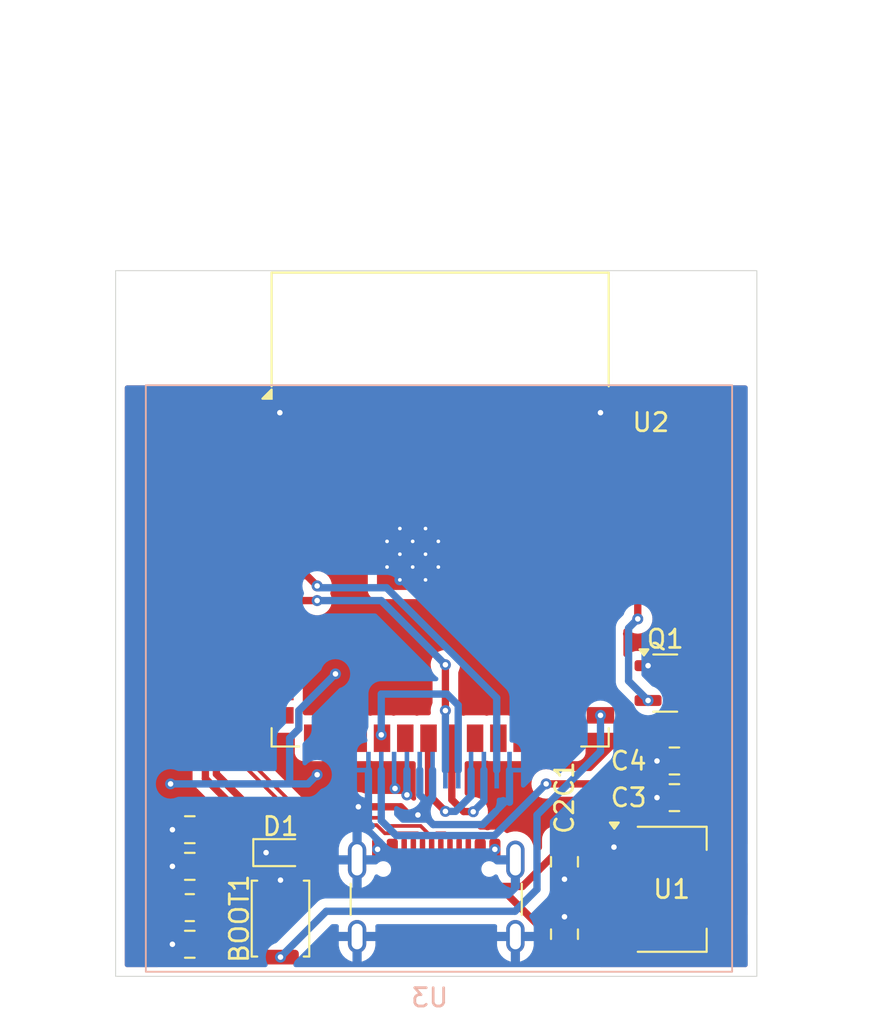
<source format=kicad_pcb>
(kicad_pcb (version 20240108) (generator "pcbnew") (generator_version "8.0")
  (layers (0 "F.Cu" signal) (31 "B.Cu" signal) (34 "B.Paste" user) (35 "F.Paste" user) (36 "B.SilkS" user "B.Silkscreen") (37 "F.SilkS" user "F.Silkscreen") (38 "B.Mask" user) (39 "F.Mask" user) (44 "Edge.Cuts" user))
  (net 0 "")
  (net 5 "+5V")
  (net 6 "GND")
  (net 8 "RESET")
  (net 9 "LED")
  (net 22 "D+")
  (net 25 "D-")
  (net 27 "SCL")
  (net 33 "D{slash}C")
  (net 35 "CS")
  (net 39 "+3V3")
  (net 40 "BOOT")
  (net 41 "SDA")
  (net 43 "Net-(U2-EN)")
  (net 44 "BLK")
  (net 45 "Net-(Q1-C)")
  (footprint "LED_SMD:LED_0603_1608Metric" (layer "F.Cu") (at 133.5 102.25)
    (property "Reference" "D1" (at 0 -1.43 0) (layer "F.SilkS"))
    (property "Value" "LED")
    (fp_line (start -1.485 -0.735) (end -1.485 0.735) (stroke (width 0.12)) (layer "F.SilkS"))
    (fp_line (start -1.485 0.735) (end 0.8 0.735) (stroke (width 0.12)) (layer "F.SilkS"))
    (fp_line (start 0.8 -0.735) (end -1.485 -0.735) (stroke (width 0.12)) (layer "F.SilkS"))
    (pad "1" smd roundrect (at -0.7875 0) (size 0.875 0.95) (layers "F.Cu" "F.Paste" "F.Mask") (net 6 "GND"))
    (pad "2" smd roundrect (at 0.7875 0) (size 0.875 0.95) (layers "F.Cu" "F.Paste" "F.Mask") (net 9 "LED"))
  )
  (footprint "Resistor_SMD:R_0805_2012Metric" (layer "F.Cu") (at 128.55 105.25 180)
    (property "Reference" "R1" (hide yes))
    (property "Value" "R")
    (fp_line (start -0.227064 0.735) (end 0.227064 0.735) (stroke (width 0.12)) (layer "F.SilkS"))
    (fp_line (start -0.227064 -0.735) (end 0.227064 -0.735) (stroke (width 0.12)) (layer "F.SilkS"))
    (pad "1" smd roundrect (at -0.9125 0 180) (size 1.025 1.4) (layers "F.Cu" "F.Paste" "F.Mask") (roundrect_rratio 0.243902) (net 43 "Net-(U2-EN)"))
    (pad "2" smd roundrect (at 0.9125 0 180) (size 1.025 1.4) (layers "F.Cu" "F.Paste" "F.Mask") (roundrect_rratio 0.243902) (net 39 "+3V3"))
  )
  (footprint "Capacitor_SMD:C_0805_2012Metric" (layer "F.Cu") (at 128.55 101)
    (property "Reference" "C6" (hide yes))
    (property "Value" "C")
    (fp_line (start -0.261252 -0.735) (end 0.261252 -0.735) (stroke (width 0.12)) (layer "F.SilkS"))
    (fp_line (start -0.261252 0.735) (end 0.261252 0.735) (stroke (width 0.12)) (layer "F.SilkS"))
    (pad "1" smd roundrect (at -0.95 0) (size 1 1.45) (layers "F.Cu" "F.Paste" "F.Mask") (net 6 "GND"))
    (pad "2" smd roundrect (at 0.95 0) (size 1 1.45) (layers "F.Cu" "F.Paste" "F.Mask") (net 39 "+3V3"))
  )
  (footprint "Capacitor_SMD:C_0805_2012Metric" (layer "F.Cu") (at 155 99.25 180)
    (property "Reference" "C3" (at 2.5 0 0) (layer "F.SilkS"))
    (property "Value" "C")
    (fp_line (start -0.261252 0.735) (end 0.261252 0.735) (stroke (width 0.12)) (layer "F.SilkS"))
    (fp_line (start -0.261252 -0.735) (end 0.261252 -0.735) (stroke (width 0.12)) (layer "F.SilkS"))
    (pad "1" smd roundrect (at -0.95 0 180) (size 1 1.45) (layers "F.Cu" "F.Paste" "F.Mask") (net 39 "+3V3"))
    (pad "2" smd roundrect (at 0.95 0 180) (size 1 1.45) (layers "F.Cu" "F.Paste" "F.Mask") (net 6 "GND"))
  )
  (footprint "RF_Module:ESP32-S3-WROOM-1" (layer "F.Cu") (at 142.215 83.51)
    (property "Reference" "U2" (at 11.5 -4.73 0) (layer "F.SilkS"))
    (property "Value" "ESP32-S3-WROOM-1")
    (fp_line (start -9.2 -12.9) (end -9.2 -6.7) (stroke (width 0.12)) (layer "F.SilkS"))
    (fp_line (start -9.2 -12.9) (end 9.2 -12.9) (stroke (width 0.12)) (layer "F.SilkS"))
    (fp_line (start -9.2 11.95) (end -9.2 12.95) (stroke (width 0.12)) (layer "F.SilkS"))
    (fp_line (start -9.2 12.95) (end -7.7 12.95) (stroke (width 0.12)) (layer "F.SilkS"))
    (fp_line (start 9.2 -12.9) (end 9.2 -6.7) (stroke (width 0.12)) (layer "F.SilkS"))
    (fp_line (start 9.2 12.95) (end 7.7 12.95) (stroke (width 0.12)) (layer "F.SilkS"))
    (fp_line (start 9.2 12.95) (end 9.2 11.95) (stroke (width 0.12)) (layer "F.SilkS"))
    (fp_poly (pts (xy -9.2 -6.025) (xy -9.7 -6.025) (xy -9.2 -6.525) (xy -9.2 -6.025)) (stroke (width 0.12)) (fill solid) (layer "F.SilkS"))
    (pad "1" smd rect (at -8.75 -5.26) (size 1.5 0.9) (layers "F.Cu" "F.Paste" "F.Mask") (net 6 "GND"))
    (pad "2" smd rect (at -8.75 -3.99) (size 1.5 0.9) (layers "F.Cu" "F.Paste" "F.Mask") (net 39 "+3V3"))
    (pad "3" smd rect (at -8.75 -2.72) (size 1.5 0.9) (layers "F.Cu" "F.Paste" "F.Mask") (net 43 "Net-(U2-EN)"))
    (pad "4" smd rect (at -8.75 -1.45) (size 1.5 0.9) (layers "F.Cu" "F.Paste" "F.Mask"))
    (pad "5" smd rect (at -8.75 -0.18) (size 1.5 0.9) (layers "F.Cu" "F.Paste" "F.Mask"))
    (pad "6" smd rect (at -8.75 1.09) (size 1.5 0.9) (layers "F.Cu" "F.Paste" "F.Mask"))
    (pad "7" smd rect (at -8.75 2.36) (size 1.5 0.9) (layers "F.Cu" "F.Paste" "F.Mask"))
    (pad "8" smd rect (at -8.75 3.63) (size 1.5 0.9) (layers "F.Cu" "F.Paste" "F.Mask") (net 8 "RESET"))
    (pad "9" smd rect (at -8.75 4.9) (size 1.5 0.9) (layers "F.Cu" "F.Paste" "F.Mask") (net 33 "D{slash}C"))
    (pad "10" smd rect (at -8.75 6.17) (size 1.5 0.9) (layers "F.Cu" "F.Paste" "F.Mask"))
    (pad "11" smd rect (at -8.75 7.44) (size 1.5 0.9) (layers "F.Cu" "F.Paste" "F.Mask"))
    (pad "12" smd rect (at -8.75 8.71) (size 1.5 0.9) (layers "F.Cu" "F.Paste" "F.Mask") (net 9 "LED"))
    (pad "13" smd rect (at -8.75 9.98) (size 1.5 0.9) (layers "F.Cu" "F.Paste" "F.Mask") (net 25 "D-"))
    (pad "14" smd rect (at -8.75 11.25 180) (size 1.5 0.9) (layers "F.Cu" "F.Paste" "F.Mask") (net 22 "D+"))
    (pad "15" smd rect (at -6.985 12.5 270) (size 1.5 0.9) (layers "F.Cu" "F.Paste" "F.Mask"))
    (pad "16" smd rect (at -5.715 12.5 270) (size 1.5 0.9) (layers "F.Cu" "F.Paste" "F.Mask"))
    (pad "17" smd rect (at -4.445 12.5 270) (size 1.5 0.9) (layers "F.Cu" "F.Paste" "F.Mask"))
    (pad "18" smd rect (at -3.175 12.5 270) (size 1.5 0.9) (layers "F.Cu" "F.Paste" "F.Mask") (net 35 "CS"))
    (pad "19" smd rect (at -1.905 12.5 270) (size 1.5 0.9) (layers "F.Cu" "F.Paste" "F.Mask"))
    (pad "20" smd rect (at -0.635 12.5 270) (size 1.5 0.9) (layers "F.Cu" "F.Paste" "F.Mask") (net 27 "SCL"))
    (pad "21" smd rect (at 0.635 12.5 270) (size 1.5 0.9) (layers "F.Cu" "F.Paste" "F.Mask") (net 41 "SDA"))
    (pad "22" smd rect (at 1.905 12.5 270) (size 1.5 0.9) (layers "F.Cu" "F.Paste" "F.Mask"))
    (pad "23" smd rect (at 3.175 12.5 270) (size 1.5 0.9) (layers "F.Cu" "F.Paste" "F.Mask"))
    (pad "24" smd rect (at 4.445 12.5 270) (size 1.5 0.9) (layers "F.Cu" "F.Paste" "F.Mask"))
    (pad "25" smd rect (at 5.715 12.5 270) (size 1.5 0.9) (layers "F.Cu" "F.Paste" "F.Mask"))
    (pad "26" smd rect (at 6.985 12.5 270) (size 1.5 0.9) (layers "F.Cu" "F.Paste" "F.Mask"))
    (pad "27" smd rect (at 8.75 11.25) (size 1.5 0.9) (layers "F.Cu" "F.Paste" "F.Mask") (net 40 "BOOT"))
    (pad "28" smd rect (at 8.75 9.98) (size 1.5 0.9) (layers "F.Cu" "F.Paste" "F.Mask"))
    (pad "29" smd rect (at 8.75 8.71) (size 1.5 0.9) (layers "F.Cu" "F.Paste" "F.Mask"))
    (pad "30" smd rect (at 8.75 7.44) (size 1.5 0.9) (layers "F.Cu" "F.Paste" "F.Mask"))
    (pad "31" smd rect (at 8.75 6.17) (size 1.5 0.9) (layers "F.Cu" "F.Paste" "F.Mask"))
    (pad "32" smd rect (at 8.75 4.9) (size 1.5 0.9) (layers "F.Cu" "F.Paste" "F.Mask"))
    (pad "33" smd rect (at 8.75 3.63) (size 1.5 0.9) (layers "F.Cu" "F.Paste" "F.Mask"))
    (pad "34" smd rect (at 8.75 2.36) (size 1.5 0.9) (layers "F.Cu" "F.Paste" "F.Mask"))
    (pad "35" smd rect (at 8.75 1.09) (size 1.5 0.9) (layers "F.Cu" "F.Paste" "F.Mask"))
    (pad "36" smd rect (at 8.75 -0.18) (size 1.5 0.9) (layers "F.Cu" "F.Paste" "F.Mask"))
    (pad "37" smd rect (at 8.75 -1.45) (size 1.5 0.9) (layers "F.Cu" "F.Paste" "F.Mask"))
    (pad "38" smd rect (at 8.75 -2.72) (size 1.5 0.9) (layers "F.Cu" "F.Paste" "F.Mask") (net 44 "BLK"))
    (pad "39" smd rect (at 8.75 -3.99) (size 1.5 0.9) (layers "F.Cu" "F.Paste" "F.Mask"))
    (pad "40" smd rect (at 8.75 -5.26) (size 1.5 0.9) (layers "F.Cu" "F.Paste" "F.Mask") (net 6 "GND"))
    (pad "41" thru_hole circle (at -2.9 1.76 90) (size 0.6 0.6) (drill 0.2) (property pad_prop_heatsink) (layers "*.Cu" "F.Mask") (net 6 "GND"))
    (pad "41" thru_hole circle (at -2.9 3.16) (size 0.6 0.6) (drill 0.2) (property pad_prop_heatsink) (layers "*.Cu" "F.Mask") (net 6 "GND"))
    (pad "41" thru_hole circle (at -2.2 1.06) (size 0.6 0.6) (drill 0.2) (property pad_prop_heatsink) (layers "*.Cu" "F.Mask") (net 6 "GND"))
    (pad "41" thru_hole circle (at -2.2 2.46) (size 0.6 0.6) (drill 0.2) (property pad_prop_heatsink) (layers "*.Cu" "F.Mask") (net 6 "GND"))
    (pad "41" thru_hole circle (at -2.2 3.86) (size 0.6 0.6) (drill 0.2) (property pad_prop_heatsink) (layers "*.Cu" "F.Mask") (net 6 "GND"))
    (pad "41" thru_hole circle (at -1.5 1.76) (size 0.6 0.6) (drill 0.2) (property pad_prop_heatsink) (layers "*.Cu" "F.Mask") (net 6 "GND"))
    (pad "41" smd rect (at -1.5 2.46 270) (size 3.9 3.9) (property pad_prop_heatsink) (layers "F.Cu" "F.Mask") (net 6 "GND"))
    (pad "41" thru_hole circle (at -1.5 3.16) (size 0.6 0.6) (drill 0.2) (property pad_prop_heatsink) (layers "*.Cu" "F.Mask") (net 6 "GND"))
    (pad "41" thru_hole circle (at -0.8 1.06) (size 0.6 0.6) (drill 0.2) (property pad_prop_heatsink) (layers "*.Cu" "F.Mask") (net 6 "GND"))
    (pad "41" thru_hole circle (at -0.8 2.46) (size 0.6 0.6) (drill 0.2) (property pad_prop_heatsink) (layers "*.Cu" "F.Mask") (net 6 "GND"))
    (pad "41" thru_hole circle (at -0.8 3.86) (size 0.6 0.6) (drill 0.2) (property pad_prop_heatsink) (layers "*.Cu" "F.Mask") (net 6 "GND"))
    (pad "41" thru_hole circle (at -0.1 1.76) (size 0.6 0.6) (drill 0.2) (property pad_prop_heatsink) (layers "*.Cu" "F.Mask") (net 6 "GND"))
    (pad "41" thru_hole circle (at -0.1 3.16) (size 0.6 0.6) (drill 0.2) (property pad_prop_heatsink) (layers "*.Cu" "F.Mask") (net 6 "GND"))
    (zone (net 0) (net_name "") (layers "F&B.Cu") (connect_pads (clearance 0)) (min_thickness 0.254)
      (keepout (tracks not_allowed) (vias not_allowed) (pads not_allowed) (copperpour not_allowed) (footprints not_allowed))
      (fill (thermal_gap 0.508) (thermal_bridge_width 0.508))
      (polygon (pts (xy 118.215 76.76) (xy 166.215 76.76) (xy 166.215 55.76) (xy 118.215 55.76)))
    )
  )
  (footprint "Capacitor_SMD:C_0805_2012Metric" (layer "F.Cu") (at 149 106.7 90)
    (property "Reference" "C2" (at 6.45 0 90) (layer "F.SilkS"))
    (property "Value" "C")
    (fp_line (start -0.261252 -0.735) (end 0.261252 -0.735) (stroke (width 0.12)) (layer "F.SilkS"))
    (fp_line (start -0.261252 0.735) (end 0.261252 0.735) (stroke (width 0.12)) (layer "F.SilkS"))
    (pad "1" smd roundrect (at -0.95 0 90) (size 1 1.45) (layers "F.Cu" "F.Paste" "F.Mask") (net 5 "+5V"))
    (pad "2" smd roundrect (at 0.95 0 90) (size 1 1.45) (layers "F.Cu" "F.Paste" "F.Mask") (net 6 "GND"))
  )
  (footprint "Capacitor_SMD:C_0805_2012Metric" (layer "F.Cu") (at 149 102.75 -90)
    (property "Reference" "C1" (at -4.5 0 90) (layer "F.SilkS"))
    (property "Value" "C")
    (fp_line (start -0.261252 0.735) (end 0.261252 0.735) (stroke (width 0.12)) (layer "F.SilkS"))
    (fp_line (start -0.261252 -0.735) (end 0.261252 -0.735) (stroke (width 0.12)) (layer "F.SilkS"))
    (pad "1" smd roundrect (at -0.95 0 270) (size 1 1.45) (layers "F.Cu" "F.Paste" "F.Mask") (net 5 "+5V"))
    (pad "2" smd roundrect (at 0.95 0 270) (size 1 1.45) (layers "F.Cu" "F.Paste" "F.Mask") (net 6 "GND"))
  )
  (footprint "Package_TO_SOT_SMD:SOT-223-3_TabPin2" (layer "F.Cu") (at 154.85 104.25)
    (property "Reference" "U1" (at 0 0 0) (layer "F.SilkS"))
    (property "Value" "AMS1117-3.3")
    (fp_line (start -1.85 -3.41) (end 1.91 -3.41) (stroke (width 0.12)) (layer "F.SilkS"))
    (fp_line (start -1.85 3.41) (end 1.91 3.41) (stroke (width 0.12)) (layer "F.SilkS"))
    (fp_line (start 1.91 -3.41) (end 1.91 -2.15) (stroke (width 0.12)) (layer "F.SilkS"))
    (fp_line (start 1.91 3.41) (end 1.91 2.15) (stroke (width 0.12)) (layer "F.SilkS"))
    (fp_poly (pts (xy -3.13 -3.31) (xy -3.37 -3.64) (xy -2.89 -3.64) (xy -3.13 -3.31)) (stroke (width 0.12)) (fill solid) (layer "F.SilkS"))
    (pad "1" smd roundrect (at -3.15 -2.3) (size 2 1.5) (layers "F.Cu" "F.Paste" "F.Mask") (net 6 "GND"))
    (pad "2" smd roundrect (at -3.15 0) (size 2 1.5) (layers "F.Cu" "F.Paste" "F.Mask") (net 39 "+3V3"))
    (pad "2" smd roundrect (at 3.15 0) (size 2 3.8) (layers "F.Cu" "F.Paste" "F.Mask") (net 39 "+3V3"))
    (pad "3" smd roundrect (at -3.15 2.3) (size 2 1.5) (layers "F.Cu" "F.Paste" "F.Mask") (net 5 "+5V"))
  )
  (footprint "Mayphus:SW_Push" (layer "F.Cu") (at 133.5 105.85 90)
    (property "Reference" "BOOT1" (at 0 -2.25 90) (layer "F.SilkS"))
    (property "Value" "BOOT")
    (fp_line (start 2.07 -1.57) (end 2.07 -1.27) (stroke (width 0.12)) (layer "F.SilkS"))
    (fp_line (start -2.07 -1.57) (end 2.07 -1.57) (stroke (width 0.12)) (layer "F.SilkS"))
    (fp_line (start -2.07 -1.27) (end -2.07 -1.57) (stroke (width 0.12)) (layer "F.SilkS"))
    (fp_line (start 2.07 1.27) (end 2.07 1.57) (stroke (width 0.12)) (layer "F.SilkS"))
    (fp_line (start 2.07 1.57) (end -2.07 1.57) (stroke (width 0.12)) (layer "F.SilkS"))
    (fp_line (start -2.07 1.57) (end -2.07 1.27) (stroke (width 0.12)) (layer "F.SilkS"))
    (pad "1" smd roundrect (at -2.1 0 90) (size 0.8 2) (layers "F.Cu" "F.Paste" "F.Mask") (net 40 "BOOT"))
    (pad "2" smd roundrect (at 2.1 0 90) (size 0.8 2) (layers "F.Cu" "F.Paste" "F.Mask") (net 6 "GND"))
  )
  (footprint "Capacitor_SMD:C_0805_2012Metric" (layer "F.Cu") (at 128.55 103)
    (property "Reference" "C7" (hide yes))
    (property "Value" "C")
    (fp_line (start -0.261252 -0.735) (end 0.261252 -0.735) (stroke (width 0.12)) (layer "F.SilkS"))
    (fp_line (start -0.261252 0.735) (end 0.261252 0.735) (stroke (width 0.12)) (layer "F.SilkS"))
    (pad "1" smd roundrect (at -0.95 0) (size 1 1.45) (layers "F.Cu" "F.Paste" "F.Mask") (net 6 "GND"))
    (pad "2" smd roundrect (at 0.95 0) (size 1 1.45) (layers "F.Cu" "F.Paste" "F.Mask") (net 39 "+3V3"))
  )
  (footprint "Capacitor_SMD:C_0805_2012Metric" (layer "F.Cu") (at 155 97.25 180)
    (property "Reference" "C4" (at 2.5 0 0) (layer "F.SilkS"))
    (property "Value" "C")
    (fp_line (start -0.261252 0.735) (end 0.261252 0.735) (stroke (width 0.12)) (layer "F.SilkS"))
    (fp_line (start -0.261252 -0.735) (end 0.261252 -0.735) (stroke (width 0.12)) (layer "F.SilkS"))
    (pad "1" smd roundrect (at -0.95 0 180) (size 1 1.45) (layers "F.Cu" "F.Paste" "F.Mask") (net 39 "+3V3"))
    (pad "2" smd roundrect (at 0.95 0 180) (size 1 1.45) (layers "F.Cu" "F.Paste" "F.Mask") (net 6 "GND"))
  )
  (footprint "Connector_USB:USB_C_Receptacle_GCT_USB4105-xx-A_16P_TopMnt_Horizontal" (layer "F.Cu") (at 142 105.75)
    (property "Reference" "J1" (hide yes))
    (property "Value" "USB_C_Receptacle_USB2.0_16P")
    (fp_line (start -4.67 -0.1) (end -4.67 -1.8) (stroke (width 0.12)) (layer "F.SilkS"))
    (fp_line (start 4.67 -0.1) (end 4.67 -1.8) (stroke (width 0.12)) (layer "F.SilkS"))
    (pad "" np_thru_hole circle (at -2.89 -2.605) (size 0.65 0.65) (drill 0.65) (layers "F&B.Cu" "*.Mask"))
    (pad "" np_thru_hole circle (at 2.89 -2.605) (size 0.65 0.65) (drill 0.65) (layers "F&B.Cu" "*.Mask"))
    (pad "A1" smd roundrect (at -3.2 -3.68) (size 0.6 1.15) (layers "F.Cu" "F.Paste" "F.Mask") (net 6 "GND"))
    (pad "A4" smd roundrect (at -2.4 -3.68) (size 0.6 1.15) (layers "F.Cu" "F.Paste" "F.Mask") (net 5 "+5V"))
    (pad "A5" smd roundrect (at -1.25 -3.68) (size 0.3 1.15) (layers "F.Cu" "F.Paste" "F.Mask"))
    (pad "A6" smd roundrect (at -0.25 -3.68) (size 0.3 1.15) (layers "F.Cu" "F.Paste" "F.Mask") (net 22 "D+"))
    (pad "A7" smd roundrect (at 0.25 -3.68) (size 0.3 1.15) (layers "F.Cu" "F.Paste" "F.Mask") (net 25 "D-"))
    (pad "A8" smd roundrect (at 1.25 -3.68) (size 0.3 1.15) (layers "F.Cu" "F.Paste" "F.Mask"))
    (pad "A9" smd roundrect (at 2.4 -3.68) (size 0.6 1.15) (layers "F.Cu" "F.Paste" "F.Mask") (net 5 "+5V"))
    (pad "A12" smd roundrect (at 3.2 -3.68) (size 0.6 1.15) (layers "F.Cu" "F.Paste" "F.Mask") (net 6 "GND"))
    (pad "B1" smd roundrect (at 3.2 -3.68) (size 0.6 1.15) (layers "F.Cu" "F.Paste" "F.Mask") (net 6 "GND"))
    (pad "B4" smd roundrect (at 2.4 -3.68) (size 0.6 1.15) (layers "F.Cu" "F.Paste" "F.Mask") (net 5 "+5V"))
    (pad "B5" smd roundrect (at 1.75 -3.68) (size 0.3 1.15) (layers "F.Cu" "F.Paste" "F.Mask"))
    (pad "B6" smd roundrect (at 0.75 -3.68) (size 0.3 1.15) (layers "F.Cu" "F.Paste" "F.Mask") (net 22 "D+"))
    (pad "B7" smd roundrect (at -0.75 -3.68) (size 0.3 1.15) (layers "F.Cu" "F.Paste" "F.Mask") (net 25 "D-"))
    (pad "B8" smd roundrect (at -1.75 -3.68) (size 0.3 1.15) (layers "F.Cu" "F.Paste" "F.Mask"))
    (pad "B9" smd roundrect (at -2.4 -3.68) (size 0.6 1.15) (layers "F.Cu" "F.Paste" "F.Mask") (net 5 "+5V"))
    (pad "B12" smd roundrect (at -3.2 -3.68) (size 0.6 1.15) (layers "F.Cu" "F.Paste" "F.Mask") (net 6 "GND"))
    (pad "S1" thru_hole oval (at -4.32 -3.105) (size 1 2.1) (drill oval 0.6 1.7) (layers "*.Cu" "*.Mask" "F.Paste") (net 6 "GND"))
    (pad "S1" thru_hole oval (at -4.32 1.075) (size 1 1.8) (drill oval 0.6 1.4) (layers "*.Cu" "*.Mask" "F.Paste") (net 6 "GND"))
    (pad "S1" thru_hole oval (at 4.32 -3.105) (size 1 2.1) (drill oval 0.6 1.7) (layers "*.Cu" "*.Mask" "F.Paste") (net 6 "GND"))
    (pad "S1" thru_hole oval (at 4.32 1.075) (size 1 1.8) (drill oval 0.6 1.4) (layers "*.Cu" "*.Mask" "F.Paste") (net 6 "GND"))
  )
  (footprint "Package_TO_SOT_SMD:SOT-23" (layer "F.Cu") (at 154.5 93)
    (property "Reference" "Q1" (at 0 -2.4 0) (layer "F.SilkS"))
    (property "Value" "S8050")
    (fp_line (start 0 -1.56) (end -0.65 -1.56) (stroke (width 0.12)) (layer "F.SilkS"))
    (fp_line (start 0 -1.56) (end 0.65 -1.56) (stroke (width 0.12)) (layer "F.SilkS"))
    (fp_line (start 0 1.56) (end -0.65 1.56) (stroke (width 0.12)) (layer "F.SilkS"))
    (fp_line (start 0 1.56) (end 0.65 1.56) (stroke (width 0.12)) (layer "F.SilkS"))
    (fp_poly (pts (xy -1.1625 -1.51) (xy -1.4025 -1.84) (xy -0.9225 -1.84) (xy -1.1625 -1.51)) (stroke (width 0.12)) (fill solid) (layer "F.SilkS"))
    (pad "1" smd roundrect (at -0.9375 -0.95) (size 1.475 0.6) (layers "F.Cu" "F.Paste" "F.Mask") (net 6 "GND"))
    (pad "2" smd roundrect (at -0.9375 0.95) (size 1.475 0.6) (layers "F.Cu" "F.Paste" "F.Mask") (net 44 "BLK"))
    (pad "3" smd roundrect (at 0.9375 0) (size 1.475 0.6) (layers "F.Cu" "F.Paste" "F.Mask") (net 45 "Net-(Q1-C)"))
  )
  (footprint "Capacitor_SMD:C_0805_2012Metric" (layer "F.Cu") (at 128.55 107.25 180)
    (property "Reference" "C5" (hide yes))
    (property "Value" "C")
    (fp_line (start -0.261252 0.735) (end 0.261252 0.735) (stroke (width 0.12)) (layer "F.SilkS"))
    (fp_line (start -0.261252 -0.735) (end 0.261252 -0.735) (stroke (width 0.12)) (layer "F.SilkS"))
    (pad "1" smd roundrect (at -0.95 0 180) (size 1 1.45) (layers "F.Cu" "F.Paste" "F.Mask") (net 43 "Net-(U2-EN)"))
    (pad "2" smd roundrect (at 0.95 0 180) (size 1 1.45) (layers "F.Cu" "F.Paste" "F.Mask") (net 6 "GND"))
  )
  (footprint "Mayphus:ST7789-240x240" (layer "B.Cu") (at 142.15 108.75 180)
    (property "Reference" "U3" (at 0.508 -1.4144 0) (layer "B.SilkS") (effects (justify mirror)))
    (property "Value" "~")
    (fp_rect (start -16 32) (end 16 0) (stroke (width 0.1)) (fill none) (layer "B.SilkS"))
    (pad "1" smd rect (at 3.85 11 180) (size 0.25 2) (layers "B.Cu" "B.Paste" "B.Mask") (net 6 "GND"))
    (pad "2" smd rect (at 3.15 11 180) (size 0.25 2) (layers "B.Cu" "B.Paste" "B.Mask") (net 45 "Net-(Q1-C)"))
    (pad "3" smd rect (at 2.45 11 180) (size 0.25 2) (layers "B.Cu" "B.Paste" "B.Mask") (net 39 "+3V3"))
    (pad "4" smd rect (at 1.75 11 180) (size 0.25 2) (layers "B.Cu" "B.Paste" "B.Mask") (net 39 "+3V3"))
    (pad "5" smd rect (at 1.05 11 180) (size 0.25 2) (layers "B.Cu" "B.Paste" "B.Mask") (net 6 "GND"))
    (pad "6" smd rect (at 0.35 11 180) (size 0.25 2) (layers "B.Cu" "B.Paste" "B.Mask") (net 6 "GND"))
    (pad "7" smd rect (at -0.35 11 180) (size 0.25 2) (layers "B.Cu" "B.Paste" "B.Mask") (net 33 "D{slash}C"))
    (pad "8" smd rect (at -1.05 11 180) (size 0.25 2) (layers "B.Cu" "B.Paste" "B.Mask") (net 35 "CS"))
    (pad "9" smd rect (at -1.75 11 180) (size 0.25 2) (layers "B.Cu" "B.Paste" "B.Mask") (net 27 "SCL"))
    (pad "10" smd rect (at -2.45 11 180) (size 0.25 2) (layers "B.Cu" "B.Paste" "B.Mask") (net 41 "SDA"))
    (pad "11" smd rect (at -3.15 11 180) (size 0.25 2) (layers "B.Cu" "B.Paste" "B.Mask") (net 8 "RESET"))
    (pad "12" smd rect (at -3.85 11 180) (size 0.25 2) (layers "B.Cu" "B.Paste" "B.Mask") (net 6 "GND"))
  )
  (gr_rect (start 124.5 70.5) (end 159.5 109) (stroke (width 0.05)) (fill none) (layer "Edge.Cuts"))
  (segment (start 140.5 104.5) (end 143.535 104.5) (width 0.4) (layer "F.Cu") (net 5))
  (segment (start 144.095 104.095) (end 144.0175 104.0175) (width 0.4) (layer "F.Cu") (net 5))
  (segment (start 139.6 102.751117) (end 139.735 102.886117) (width 0.4) (layer "F.Cu") (net 5))
  (segment (start 149 101.8) (end 146.705 104.095) (width 0.4) (layer "F.Cu") (net 5))
  (segment (start 139.6 102.07) (end 139.6 102.751117) (width 0.4) (layer "F.Cu") (net 5))
  (segment (start 145.445 104.095) (end 144.095 104.095) (width 0.4) (layer "F.Cu") (net 5))
  (segment (start 150.6 107.65) (end 151.7 106.55) (width 0.4) (layer "F.Cu") (net 5))
  (segment (start 149 107.65) (end 150.6 107.65) (width 0.4) (layer "F.Cu") (net 5))
  (segment (start 146.705 104.095) (end 145.445 104.095) (width 0.4) (layer "F.Cu") (net 5))
  (segment (start 143.535 104.5) (end 144.0175 104.0175) (width 0.4) (layer "F.Cu") (net 5))
  (segment (start 144.4 102.751117) (end 144.4 102.07) (width 0.4) (layer "F.Cu") (net 5))
  (segment (start 139.735 103.735) (end 140.5 104.5) (width 0.4) (layer "F.Cu") (net 5))
  (segment (start 144.0175 103.133617) (end 144.4 102.751117) (width 0.4) (layer "F.Cu") (net 5))
  (segment (start 149 107.65) (end 145.445 104.095) (width 0.4) (layer "F.Cu") (net 5))
  (segment (start 144.0175 104.0175) (end 144.0175 103.133617) (width 0.4) (layer "F.Cu") (net 5))
  (segment (start 139.735 102.886117) (end 139.735 103.735) (width 0.4) (layer "F.Cu") (net 5))
  (segment (start 141 100.195) (end 140.50505 100.195) (width 0.4) (layer "F.Cu") (net 6))
  (segment (start 140.50505 100.195) (end 140.06005 99.75) (width 0.4) (layer "F.Cu") (net 6))
  (segment (start 140.06005 99.75) (end 137.75 99.75) (width 0.4) (layer "F.Cu") (net 6))
  (via (at 149 103.7) (size 0.6) (drill 0.3) (layers "F.Cu" "B.Cu") (net 6))
  (via (at 141 100.195) (size 0.6) (drill 0.3) (layers "F.Cu" "B.Cu") (net 6))
  (via (at 145.2 102.07) (size 0.6) (drill 0.3) (layers "F.Cu" "B.Cu") (net 6))
  (via (at 137.75 99.75) (size 0.6) (drill 0.3) (layers "F.Cu" "B.Cu") (net 6))
  (via (at 127.6 101) (size 0.6) (drill 0.3) (layers "F.Cu" "B.Cu") (net 6))
  (via (at 154.05 99.25) (size 0.6) (drill 0.3) (layers "F.Cu" "B.Cu") (net 6))
  (via (at 151.7 101.95) (size 0.6) (drill 0.3) (layers "F.Cu" "B.Cu") (net 6))
  (via (at 127.6 103) (size 0.6) (drill 0.3) (layers "F.Cu" "B.Cu") (net 6))
  (via (at 133.5 103.75) (size 0.6) (drill 0.3) (layers "F.Cu" "B.Cu") (net 6))
  (via (at 133.465 78.25) (size 0.6) (drill 0.3) (layers "F.Cu" "B.Cu") (net 6))
  (via (at 132.7125 102.25) (size 0.6) (drill 0.3) (layers "F.Cu" "B.Cu") (net 6))
  (via (at 154.05 97.25) (size 0.6) (drill 0.3) (layers "F.Cu" "B.Cu") (net 6))
  (via (at 150.965 78.25) (size 0.6) (drill 0.3) (layers "F.Cu" "B.Cu") (net 6))
  (via (at 127.6 107.25) (size 0.6) (drill 0.3) (layers "F.Cu" "B.Cu") (net 6))
  (via (at 149 105.75) (size 0.6) (drill 0.3) (layers "F.Cu" "B.Cu") (net 6))
  (via (at 138.8 102.07) (size 0.6) (drill 0.3) (layers "F.Cu" "B.Cu") (net 6))
  (via (at 153.5625 92.05) (size 0.6) (drill 0.3) (layers "F.Cu" "B.Cu") (net 6))
  (segment (start 141.1 99.1) (end 141.5 99.5) (width 0.4) (layer "B.Cu") (net 6))
  (segment (start 138.3 97.75) (end 138.3 100.648528) (width 0.4) (layer "B.Cu") (net 6))
  (segment (start 141.8 99.2) (end 141.5 99.5) (width 0.4) (layer "B.Cu") (net 6))
  (segment (start 141 100.195) (end 141.032882 100.227882) (width 0.4) (layer "B.Cu") (net 6))
  (segment (start 146 97.75) (end 146 99.5) (width 0.4) (layer "B.Cu") (net 6))
  (segment (start 141.344 100.227882) (end 141.836093 100.719975) (width 0.4) (layer "B.Cu") (net 6))
  (segment (start 138.3 100.648528) (end 138.450736 100.799264) (width 0.4) (layer "B.Cu") (net 6))
  (segment (start 141.032882 100.227882) (end 141.344 100.227882) (width 0.4) (layer "B.Cu") (net 6))
  (segment (start 144.530025 100.719975) (end 145.25 100) (width 0.4) (layer "B.Cu") (net 6))
  (segment (start 141.8 97.75) (end 141.8 99.2) (width 0.4) (layer "B.Cu") (net 6))
  (segment (start 141.1 97.75) (end 141.1 99.1) (width 0.4) (layer "B.Cu") (net 6))
  (segment (start 141.836093 100.719975) (end 144.530025 100.719975) (width 0.4) (layer "B.Cu") (net 6))
  (segment (start 134.940003 87.14) (end 133.465 87.14) (width 0.4) (layer "F.Cu") (net 8))
  (segment (start 135.5 87.699997) (end 134.940003 87.14) (width 0.4) (layer "F.Cu") (net 8))
  (via (at 135.5 87.699997) (size 0.6) (drill 0.3) (layers "F.Cu" "B.Cu") (net 8))
  (segment (start 145.3 97.75) (end 145.3 93.81005) (width 0.4) (layer "B.Cu") (net 8))
  (segment (start 145.3 93.81005) (end 139.28995 87.8) (width 0.4) (layer "B.Cu") (net 8))
  (segment (start 139.28995 87.8) (end 135.600003 87.8) (width 0.4) (layer "B.Cu") (net 8))
  (segment (start 135.600003 87.8) (end 135.5 87.699997) (width 0.4) (layer "B.Cu") (net 8))
  (segment (start 130 97.9625) (end 130 94.955) (width 0.4) (layer "F.Cu") (net 9))
  (segment (start 132.735 92.22) (end 133.465 92.22) (width 0.4) (layer "F.Cu") (net 9))
  (segment (start 130 94.955) (end 132.735 92.22) (width 0.4) (layer "F.Cu") (net 9))
  (segment (start 134.2875 102.25) (end 130 97.9625) (width 0.4) (layer "F.Cu") (net 9))
  (segment (start 131.4 96.834314) (end 131.4 95.1) (width 0.2) (layer "F.Cu") (net 22))
  (segment (start 131.4 95.1) (end 131.74 94.76) (width 0.2) (layer "F.Cu") (net 22))
  (segment (start 142.01759 101.195) (end 142.48241 101.195) (width 0.2) (layer "F.Cu") (net 22))
  (segment (start 142.48241 101.195) (end 142.75 101.46259) (width 0.2) (layer "F.Cu") (net 22))
  (segment (start 138.915686 100.35) (end 134.915686 100.35) (width 0.2) (layer "F.Cu") (net 22))
  (segment (start 141.75 102.07) (end 141.75 101.46259) (width 0.2) (layer "F.Cu") (net 22))
  (segment (start 141.75 101.46259) (end 142.01759 101.195) (width 0.2) (layer "F.Cu") (net 22))
  (segment (start 141.75 102.07) (end 141.75 101.396904) (width 0.2) (layer "F.Cu") (net 22))
  (segment (start 131.74 94.76) (end 133.465 94.76) (width 0.2) (layer "F.Cu") (net 22))
  (segment (start 139.360686 100.795) (end 138.915686 100.35) (width 0.2) (layer "F.Cu") (net 22))
  (segment (start 134.915686 100.35) (end 131.4 96.834314) (width 0.2) (layer "F.Cu") (net 22))
  (segment (start 142.75 101.46259) (end 142.75 102.07) (width 0.2) (layer "F.Cu") (net 22))
  (segment (start 141.75 101.396904) (end 141.148096 100.795) (width 0.2) (layer "F.Cu") (net 22))
  (segment (start 141.148096 100.795) (end 139.360686 100.795) (width 0.2) (layer "F.Cu") (net 22))
  (segment (start 139.195 101.195) (end 138.75 100.75) (width 0.2) (layer "F.Cu") (net 25))
  (segment (start 141.25 102.75) (end 141.5 103) (width 0.2) (layer "F.Cu") (net 25))
  (segment (start 141.5 103) (end 142 103) (width 0.2) (layer "F.Cu") (net 25))
  (segment (start 141.25 102.07) (end 141.25 102.75) (width 0.2) (layer "F.Cu") (net 25))
  (segment (start 138.75 100.75) (end 134.75 100.75) (width 0.2) (layer "F.Cu") (net 25))
  (segment (start 131 94.662106) (end 132.172106 93.49) (width 0.2) (layer "F.Cu") (net 25))
  (segment (start 132.172106 93.49) (end 133.465 93.49) (width 0.2) (layer "F.Cu") (net 25))
  (segment (start 142 103) (end 142.25 102.75) (width 0.2) (layer "F.Cu") (net 25))
  (segment (start 140.98241 101.195) (end 139.195 101.195) (width 0.2) (layer "F.Cu") (net 25))
  (segment (start 142.25 102.75) (end 142.25 102.07) (width 0.2) (layer "F.Cu") (net 25))
  (segment (start 131 97) (end 131 94.662106) (width 0.2) (layer "F.Cu") (net 25))
  (segment (start 141.25 102.07) (end 141.25 101.46259) (width 0.2) (layer "F.Cu") (net 25))
  (segment (start 134.75 100.75) (end 131 97) (width 0.2) (layer "F.Cu") (net 25))
  (segment (start 141.25 101.46259) (end 140.98241 101.195) (width 0.2) (layer "F.Cu") (net 25))
  (segment (start 142.5 100) (end 141.58 99.08) (width 0.4) (layer "F.Cu") (net 27))
  (segment (start 141.58 99.08) (end 141.58 96.01) (width 0.4) (layer "F.Cu") (net 27))
  (via (at 142.5 100) (size 0.6) (drill 0.3) (layers "F.Cu" "B.Cu") (net 27))
  (segment (start 143.9 99.15) (end 143.05 100) (width 0.4) (layer "B.Cu") (net 27))
  (segment (start 143.9 97.75) (end 143.9 99.15) (width 0.4) (layer "B.Cu") (net 27))
  (segment (start 143.05 100) (end 142.5 100) (width 0.4) (layer "B.Cu") (net 27))
  (segment (start 142.5 94.5) (end 142.5 92) (width 0.4) (layer "F.Cu") (net 33))
  (segment (start 133.555 88.5) (end 133.465 88.41) (width 0.4) (layer "F.Cu") (net 33))
  (segment (start 135.5 88.5) (end 133.555 88.5) (width 0.4) (layer "F.Cu") (net 33))
  (via (at 142.5 92) (size 0.6) (drill 0.3) (layers "F.Cu" "B.Cu") (net 33))
  (via (at 142.5 94.5) (size 0.6) (drill 0.3) (layers "F.Cu" "B.Cu") (net 33))
  (via (at 135.5 88.5) (size 0.6) (drill 0.3) (layers "F.Cu" "B.Cu") (net 33))
  (segment (start 142.5 97.75) (end 142.5 94.5) (width 0.4) (layer "B.Cu") (net 33))
  (segment (start 142.5 92) (end 139 88.5) (width 0.4) (layer "B.Cu") (net 33))
  (segment (start 139 88.5) (end 135.5 88.5) (width 0.4) (layer "B.Cu") (net 33))
  (via (at 139 95.825) (size 0.6) (drill 0.3) (layers "F.Cu" "B.Cu") (net 35))
  (segment (start 143.2 97.75) (end 143.2 94.21005) (width 0.4) (layer "B.Cu") (net 35))
  (segment (start 143.2 94.21005) (end 142.58995 93.6) (width 0.4) (layer "B.Cu") (net 35))
  (segment (start 139 93.6) (end 139 95.825) (width 0.4) (layer "B.Cu") (net 35))
  (segment (start 142.58995 93.6) (end 139 93.6) (width 0.4) (layer "B.Cu") (net 35))
  (segment (start 127.823834 105.25) (end 129.5 103.573834) (width 0.4) (layer "F.Cu") (net 39))
  (segment (start 127.6375 105.25) (end 127.6375 104.8625) (width 0.4) (layer "F.Cu") (net 39))
  (segment (start 128.375 104.125) (end 126.625 104.125) (width 0.4) (layer "F.Cu") (net 39))
  (segment (start 129.5 103) (end 128.375 104.125) (width 0.4) (layer "F.Cu") (net 39))
  (segment (start 151.7 104.25) (end 152.75 104.25) (width 0.4) (layer "F.Cu") (net 39))
  (segment (start 126.5 104) (end 126.625 104.125) (width 0.4) (layer "F.Cu") (net 39))
  (segment (start 126.5 106) (end 126.75 105.75) (width 0.4) (layer "F.Cu") (net 39))
  (segment (start 127.6375 104.8625) (end 128.375 104.125) (width 0.4) (layer "F.Cu") (net 39))
  (segment (start 127.6375 105.25) (end 127.25 105.25) (width 0.4) (layer "F.Cu") (net 39))
  (segment (start 127.6375 105.25) (end 127.823834 105.25) (width 0.4) (layer "F.Cu") (net 39))
  (segment (start 129.5 103.573834) (end 129.5 103) (width 0.4) (layer "F.Cu") (net 39))
  (segment (start 152.75 104.25) (end 153.5 103.5) (width 0.4) (layer "F.Cu") (net 39))
  (segment (start 127.25 105.25) (end 126.5 106) (width 0.4) (layer "F.Cu") (net 39))
  (via (at 139.75 98.75) (size 0.6) (drill 0.3) (layers "F.Cu" "B.Cu") (net 39))
  (via (at 135.5 98) (size 0.6) (drill 0.3) (layers "F.Cu" "B.Cu") (net 39))
  (via (at 127.5 98.5) (size 0.6) (drill 0.3) (layers "F.Cu" "B.Cu") (net 39))
  (via (at 140.4 99.1) (size 0.6) (drill 0.3) (layers "F.Cu" "B.Cu") (net 39))
  (via (at 136.5 92.5) (size 0.6) (drill 0.3) (layers "F.Cu" "B.Cu") (net 39))
  (segment (start 134.5 95.5) (end 134 96) (width 0.4) (layer "B.Cu") (net 39))
  (segment (start 127.5 98.5) (end 134 98.5) (width 0.4) (layer "B.Cu") (net 39))
  (segment (start 134 96) (end 134 98.5) (width 0.4) (layer "B.Cu") (net 39))
  (segment (start 134 98.5) (end 135 98.5) (width 0.4) (layer "B.Cu") (net 39))
  (segment (start 140.4 99.1) (end 140.4 97.75) (width 0.4) (layer "B.Cu") (net 39))
  (segment (start 135 98.5) (end 135.5 98) (width 0.4) (layer "B.Cu") (net 39))
  (segment (start 134.5 94.5) (end 134.5 95.5) (width 0.4) (layer "B.Cu") (net 39))
  (segment (start 136.5 92.5) (end 134.5 94.5) (width 0.4) (layer "B.Cu") (net 39))
  (via (at 133.5 107.95) (size 0.6) (drill 0.3) (layers "F.Cu" "B.Cu") (net 40))
  (via (at 150.965 94.76) (size 0.6) (drill 0.3) (layers "F.Cu" "B.Cu") (net 40))
  (segment (start 147.5 100.196948) (end 150.965 96.731948) (width 0.4) (layer "B.Cu") (net 40))
  (segment (start 133.5 107.95) (end 136 105.45) (width 0.4) (layer "B.Cu") (net 40))
  (segment (start 147.5 104.25) (end 147.5 100.196948) (width 0.4) (layer "B.Cu") (net 40))
  (segment (start 136 105.45) (end 146.3 105.45) (width 0.4) (layer "B.Cu") (net 40))
  (segment (start 150.965 96.731948) (end 150.965 94.76) (width 0.4) (layer "B.Cu") (net 40))
  (segment (start 146.3 105.45) (end 147.5 104.25) (width 0.4) (layer "B.Cu") (net 40))
  (segment (start 143.5 100.01005) (end 142.85 99.36005) (width 0.4) (layer "F.Cu") (net 41))
  (segment (start 142.85 99.36005) (end 142.85 96.01) (width 0.4) (layer "F.Cu") (net 41))
  (segment (start 144.01005 100.01005) (end 143.5 100.01005) (width 0.4) (layer "F.Cu") (net 41))
  (segment (start 144.019975 100.019975) (end 144.01005 100.01005) (width 0.4) (layer "F.Cu") (net 41))
  (via (at 144.019975 100.019975) (size 0.6) (drill 0.3) (layers "F.Cu" "B.Cu") (net 41))
  (segment (start 144.019975 100.019975) (end 144.6 99.43995) (width 0.4) (layer "B.Cu") (net 41))
  (segment (start 144.6 99.43995) (end 144.6 97.75) (width 0.4) (layer "B.Cu") (net 41))
  (segment (start 131 99.811028) (end 129.4 98.211028) (width 0.4) (layer "F.Cu") (net 43))
  (segment (start 129.4 83.705) (end 132.315 80.79) (width 0.4) (layer "F.Cu") (net 43))
  (segment (start 129.4625 105.25) (end 130.75 105.25) (width 0.4) (layer "F.Cu") (net 43))
  (segment (start 129.5 107.25) (end 129.5 105.2875) (width 0.4) (layer "F.Cu") (net 43))
  (segment (start 132.315 80.79) (end 133.465 80.79) (width 0.4) (layer "F.Cu") (net 43))
  (segment (start 131 105) (end 131 99.811028) (width 0.4) (layer "F.Cu") (net 43))
  (segment (start 129.5 105.2875) (end 129.4625 105.25) (width 0.4) (layer "F.Cu") (net 43))
  (segment (start 129.4 98.211028) (end 129.4 83.705) (width 0.4) (layer "F.Cu") (net 43))
  (segment (start 130.75 105.25) (end 131 105) (width 0.4) (layer "F.Cu") (net 43))
  (segment (start 153 81.675) (end 153 89.5) (width 0.4) (layer "F.Cu") (net 44))
  (segment (start 152.115 80.79) (end 153 81.675) (width 0.4) (layer "F.Cu") (net 44))
  (segment (start 150.965 80.79) (end 152.115 80.79) (width 0.4) (layer "F.Cu") (net 44))
  (via (at 153 89.5) (size 0.6) (drill 0.3) (layers "F.Cu" "B.Cu") (net 44))
  (via (at 153.5625 93.95) (size 0.6) (drill 0.3) (layers "F.Cu" "B.Cu") (net 44))
  (segment (start 153 89.5) (end 152.5 90) (width 0.4) (layer "B.Cu") (net 44))
  (segment (start 152.5 90) (end 152.5 92.8875) (width 0.4) (layer "B.Cu") (net 44))
  (segment (start 152.5 92.8875) (end 153.5625 93.95) (width 0.4) (layer "B.Cu") (net 44))
  (segment (start 148 98.5) (end 150.75 98.5) (width 0.4) (layer "F.Cu") (net 45))
  (segment (start 155.4375 93.8125) (end 155.4375 93) (width 0.4) (layer "F.Cu") (net 45))
  (segment (start 150.75 98.5) (end 155.4375 93.8125) (width 0.4) (layer "F.Cu") (net 45))
  (via (at 148 98.5) (size 0.6) (drill 0.3) (layers "F.Cu" "B.Cu") (net 45))
  (segment (start 139.819975 101.319975) (end 145.180025 101.319975) (width 0.4) (layer "B.Cu") (net 45))
  (segment (start 145.180025 101.319975) (end 148 98.5) (width 0.4) (layer "B.Cu") (net 45))
  (segment (start 139 100.5) (end 139.819975 101.319975) (width 0.4) (layer "B.Cu") (net 45))
  (segment (start 139 97.75) (end 139 100.5) (width 0.4) (layer "B.Cu") (net 45))
  (zone (net 39) (net_name "+3V3") (layer "F.Cu") (connect_pads (clearance 0.5)) (min_thickness 0.25) (fill yes (thermal_gap 0.5) (thermal_bridge_width 0.5))
    (polygon (pts (xy 124.5 109) (xy 124.5 70.5) (xy 159.5 70.5) (xy 159.5 109)))
  )
  (zone (net 6) (net_name "GND") (layer "B.Cu") (priority 1) (connect_pads (clearance 0.5)) (min_thickness 0.25) (fill yes (thermal_gap 0.5) (thermal_bridge_width 0.5))
    (polygon (pts (xy 124.5 109) (xy 124.5 70.5) (xy 159.5 70.5) (xy 159.5 109)))
  )
)
</source>
